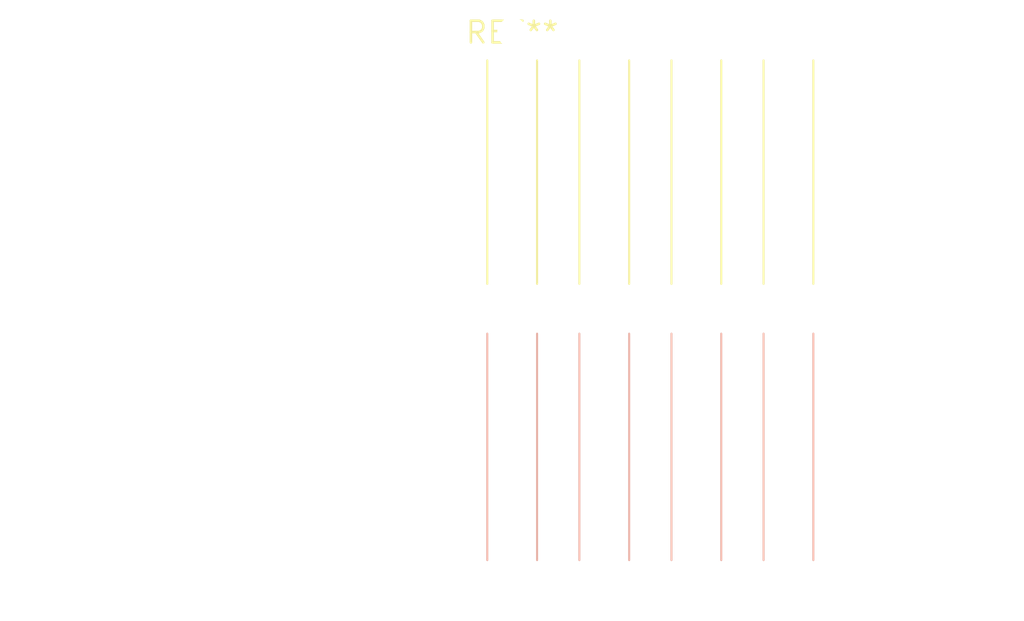
<source format=kicad_pcb>
(kicad_pcb (version 20240108) (generator pcbnew)
  (layers (0 "F.Cu" signal) (31 "B.Cu" signal) (34 "B.Paste" user) (35 "F.Paste" user) (36 "B.SilkS" user "B.Silkscreen") (37 "F.SilkS" user "F.Silkscreen") (38 "B.Mask" user) (39 "F.Mask" user) (44 "Edge.Cuts" user))
  (net 0 "")
  (footprint "SolderWire-1sqmm_1x04_P5.4mm_D1.4mm_OD2.7mm_Relief2x" (layer "F.Cu") (at 0 0)
    (property "Reference" "REF**")
    (property "Value" "SolderWire-1sqmm_1x04_P5.4mm_D1.4mm_OD2.7mm_Relief2x")
    (fp_line (start -1.46 17.66) (end -1.46 30.94) (layer "B.SilkS") (stroke (width 0.12)))
    (fp_line (start 1.46 17.66) (end 1.46 30.94) (layer "B.SilkS") (stroke (width 0.12)))
    (fp_line (start 3.94 17.66) (end 3.94 30.94) (layer "B.SilkS") (stroke (width 0.12)))
    (fp_line (start 6.86 17.66) (end 6.86 30.94) (layer "B.SilkS") (stroke (width 0.12)))
    (fp_line (start 9.34 17.66) (end 9.34 30.94) (layer "B.SilkS") (stroke (width 0.12)))
    (fp_line (start 12.26 17.66) (end 12.26 30.94) (layer "B.SilkS") (stroke (width 0.12)))
    (fp_line (start 14.74 17.66) (end 14.74 30.94) (layer "B.SilkS") (stroke (width 0.12)))
    (fp_line (start 17.66 17.66) (end 17.66 30.94) (layer "B.SilkS") (stroke (width 0.12)))
    (fp_line (start -1.46 1.635) (end -1.46 14.74) (layer "F.SilkS") (stroke (width 0.12)))
    (fp_line (start 1.46 1.635) (end 1.46 14.74) (layer "F.SilkS") (stroke (width 0.12)))
    (fp_line (start 3.94 1.635) (end 3.94 14.74) (layer "F.SilkS") (stroke (width 0.12)))
    (fp_line (start 6.86 1.635) (end 6.86 14.74) (layer "F.SilkS") (stroke (width 0.12)))
    (fp_line (start 9.34 1.635) (end 9.34 14.74) (layer "F.SilkS") (stroke (width 0.12)))
    (fp_line (start 12.26 1.635) (end 12.26 14.74) (layer "F.SilkS") (stroke (width 0.12)))
    (fp_line (start 14.74 1.635) (end 14.74 14.74) (layer "F.SilkS") (stroke (width 0.12)))
    (fp_line (start 17.66 1.635) (end 17.66 14.74) (layer "F.SilkS") (stroke (width 0.12)))
    (pad "" np_thru_hole circle (at 0 16.2) (size 3.2 3.2) (drill 3.2) (layers *.Cu *.Mask))
    (pad "" np_thru_hole circle (at 0 32.4) (size 3.2 3.2) (drill 3.2) (layers *.Cu *.Mask))
    (pad "" np_thru_hole circle (at 5.4 16.2) (size 3.2 3.2) (drill 3.2) (layers *.Cu *.Mask))
    (pad "" np_thru_hole circle (at 5.4 32.4) (size 3.2 3.2) (drill 3.2) (layers *.Cu *.Mask))
    (pad "" np_thru_hole circle (at 10.8 16.2) (size 3.2 3.2) (drill 3.2) (layers *.Cu *.Mask))
    (pad "" np_thru_hole circle (at 10.8 32.4) (size 3.2 3.2) (drill 3.2) (layers *.Cu *.Mask))
    (pad "" np_thru_hole circle (at 16.2 16.2) (size 3.2 3.2) (drill 3.2) (layers *.Cu *.Mask))
    (pad "" np_thru_hole circle (at 16.2 32.4) (size 3.2 3.2) (drill 3.2) (layers *.Cu *.Mask))
    (pad "1" thru_hole roundrect (at 0 0) (size 2.75 2.75) (drill 1.75) (layers *.Cu *.Mask) (remove_unused_layers) (roundrect_rratio 0.090909))
    (pad "2" thru_hole circle (at 5.4 0) (size 2.75 2.75) (drill 1.75) (layers *.Cu *.Mask) (remove_unused_layers))
    (pad "3" thru_hole circle (at 10.8 0) (size 2.75 2.75) (drill 1.75) (layers *.Cu *.Mask) (remove_unused_layers))
    (pad "4" thru_hole circle (at 16.2 0) (size 2.75 2.75) (drill 1.75) (layers *.Cu *.Mask) (remove_unused_layers))
  )
)
</source>
